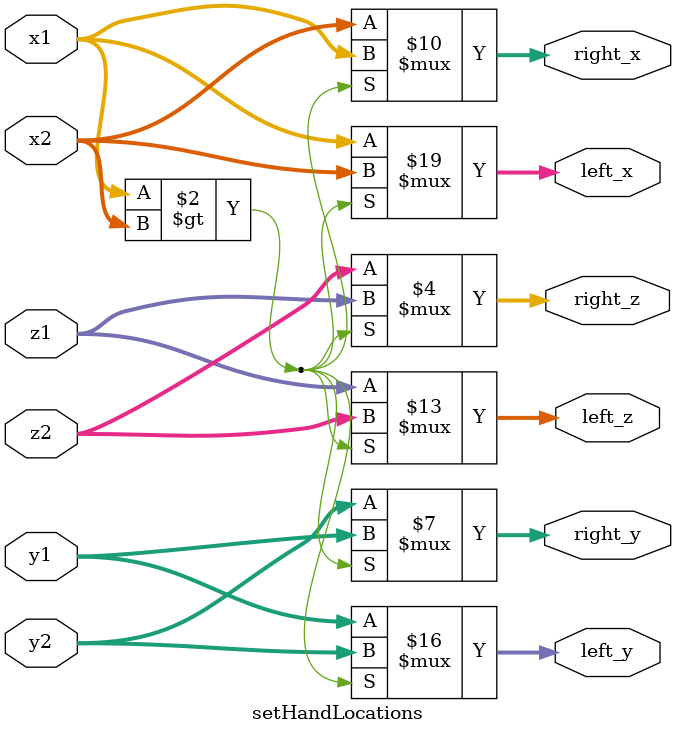
<source format=v>
`timescale 1ns / 1ps
module setHandLocations(
    input [15:0] x1,
    input [15:0] y1,
    input [15:0] z1,
    input [15:0] x2,
    input [15:0] y2,
    input [15:0] z2,
	 output reg[15:0] left_x,
    output reg[15:0] left_y,
    output reg[15:0] left_z,
    output reg[15:0] right_x,
    output reg[15:0] right_y,
    output reg[15:0] right_z
    );

//set the left coords to equal the coords of the smaller x
always @(*) begin
  if (x1 > x2) begin
    left_x <= x2;
	 left_y <= y2;
	 left_z <= z2;
	 right_x <= x1;
	 right_y <= y1;
	 right_z <= z1;
  end else begin
    left_x <= x1;
	 left_y <= y1;
	 left_z <= z1;
	 right_x <= x2;
	 right_y <= y2;
	 right_z <= z2;
  end
end

endmodule

</source>
